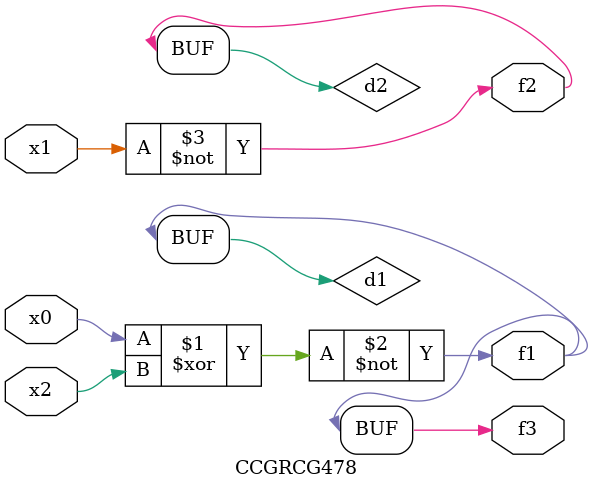
<source format=v>
module CCGRCG478(
	input x0, x1, x2,
	output f1, f2, f3
);

	wire d1, d2, d3;

	xnor (d1, x0, x2);
	nand (d2, x1);
	nor (d3, x1, x2);
	assign f1 = d1;
	assign f2 = d2;
	assign f3 = d1;
endmodule

</source>
